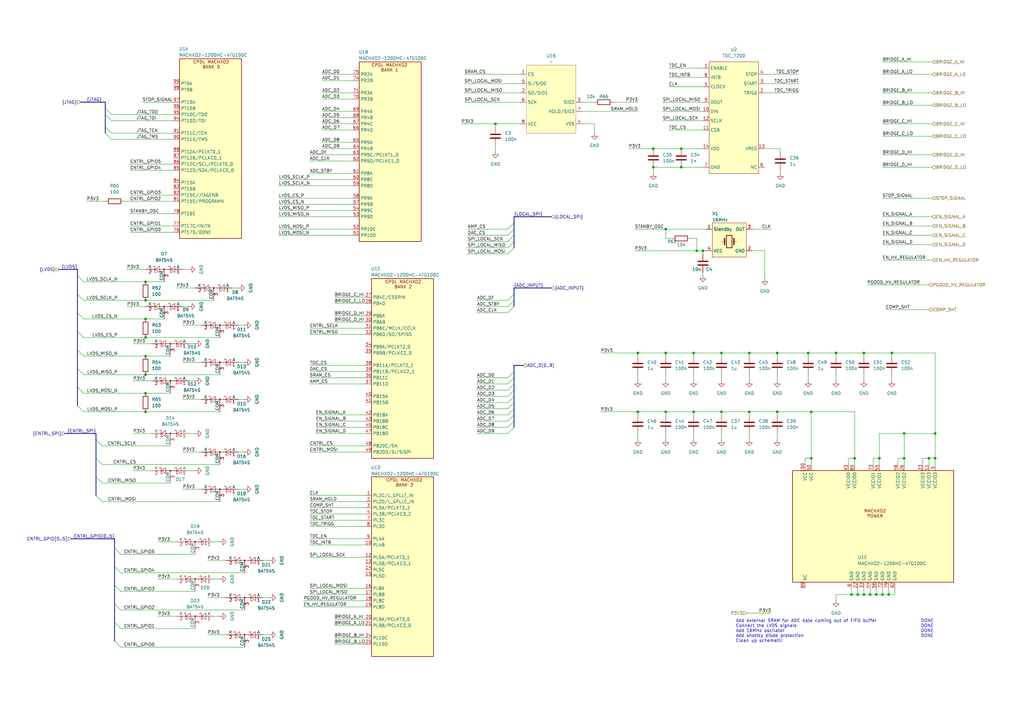
<source format=kicad_sch>
(kicad_sch (version 20231120) (generator "eeschema") (generator_version "8.0")
  (paper "A3")
  (bus_alias "JTAG" (members "JTAG_TMS" "JTAG_TCK" "JTAG_TDO" "JTAG_TDI"))
  (bus_alias "LOCAL_SPI" (members "AMP_CS" "DAC_CS" "SPI_LOCAL_SCK" "SPI_LOCAL_MISO" "SPI_LOCAL_MOSI" ""))
  (junction (at 307.34 168.91))
  (junction (at 59.69 130.81))
  (junction (at 356.87 243.84))
  (junction (at 273.05 93.98))
  (junction (at 261.62 144.78))
  (junction (at 360.68 187.96))
  (junction (at 279.4 68.58))
  (junction (at 359.41 243.84))
  (junction (at 59.69 153.67))
  (junction (at 361.95 243.84))
  (junction (at 331.47 144.78))
  (junction (at 295.91 144.78))
  (junction (at 267.97 68.58))
  (junction (at 59.69 161.29))
  (junction (at 59.69 168.91))
  (junction (at 279.4 60.96))
  (junction (at 261.62 168.91))
  (junction (at 285.75 102.87))
  (junction (at 383.54 187.96))
  (junction (at 332.74 187.96))
  (junction (at 295.91 168.91))
  (junction (at 350.52 187.96))
  (junction (at 365.76 144.78))
  (junction (at 332.74 168.91))
  (junction (at 59.69 115.57))
  (junction (at 318.77 144.78))
  (junction (at 351.79 243.84))
  (junction (at 318.77 168.91))
  (junction (at 59.69 138.43))
  (junction (at 381 187.96))
  (junction (at 383.54 177.8))
  (junction (at 354.33 144.78))
  (junction (at 307.34 144.78))
  (junction (at 349.25 243.84))
  (junction (at 284.48 168.91))
  (junction (at 273.05 144.78))
  (junction (at 273.05 168.91))
  (junction (at 288.29 102.87))
  (junction (at 267.97 60.96))
  (junction (at 342.9 144.78))
  (junction (at 203.2 50.8))
  (junction (at 364.49 243.84))
  (junction (at 284.48 144.78))
  (junction (at 59.69 146.05))
  (junction (at 354.33 243.84))
  (junction (at 370.84 177.8))
  (junction (at 59.69 123.19))
  (junction (at 370.84 187.96))
  (bus_entry (at 210.82 99.06) (size -2.54 2.54))
  (bus_entry (at 43.18 54.61) (size 2.54 2.54))
  (bus_entry (at 34.29 161.29) (size -2.54 -2.54))
  (bus_entry (at 41.91 205.74) (size -2.54 -2.54))
  (bus_entry (at 210.82 152.4) (size -2.54 2.54))
  (bus_entry (at 34.29 130.81) (size -2.54 -2.54))
  (bus_entry (at 41.91 190.5) (size -2.54 -2.54))
  (bus_entry (at 210.82 120.65) (size -2.54 2.54))
  (bus_entry (at 49.53 265.43) (size -2.54 -2.54))
  (bus_entry (at 210.82 167.64) (size -2.54 2.54))
  (bus_entry (at 41.91 182.88) (size -2.54 -2.54))
  (bus_entry (at 34.29 138.43) (size -2.54 -2.54))
  (bus_entry (at 210.82 170.18) (size -2.54 2.54))
  (bus_entry (at 43.18 46.99) (size 2.54 2.54))
  (bus_entry (at 210.82 123.19) (size -2.54 2.54))
  (bus_entry (at 210.82 101.6) (size -2.54 2.54))
  (bus_entry (at 49.53 234.95) (size -2.54 -2.54))
  (bus_entry (at 210.82 91.44) (size -2.54 2.54))
  (bus_entry (at 34.29 115.57) (size -2.54 -2.54))
  (bus_entry (at 43.18 52.07) (size 2.54 2.54))
  (bus_entry (at 210.82 154.94) (size -2.54 2.54))
  (bus_entry (at 34.29 168.91) (size -2.54 -2.54))
  (bus_entry (at 49.53 257.81) (size -2.54 -2.54))
  (bus_entry (at 34.29 123.19) (size -2.54 -2.54))
  (bus_entry (at 210.82 162.56) (size -2.54 2.54))
  (bus_entry (at 34.29 146.05) (size -2.54 -2.54))
  (bus_entry (at 210.82 172.72) (size -2.54 2.54))
  (bus_entry (at 210.82 157.48) (size -2.54 2.54))
  (bus_entry (at 210.82 165.1) (size -2.54 2.54))
  (bus_entry (at 210.82 175.26) (size -2.54 2.54))
  (bus_entry (at 49.53 250.19) (size -2.54 -2.54))
  (bus_entry (at 41.91 198.12) (size -2.54 -2.54))
  (bus_entry (at 43.18 44.45) (size 2.54 2.54))
  (bus_entry (at 210.82 125.73) (size -2.54 2.54))
  (bus_entry (at 210.82 96.52) (size -2.54 2.54))
  (bus_entry (at 210.82 160.02) (size -2.54 2.54))
  (bus_entry (at 34.29 153.67) (size -2.54 -2.54))
  (bus_entry (at 49.53 227.33) (size -2.54 -2.54))
  (bus_entry (at 210.82 93.98) (size -2.54 2.54))
  (bus_entry (at 49.53 242.57) (size -2.54 -2.54))
  (bus (pts (xy 39.37 187.96) (xy 39.37 180.34)))
  (wire (pts (xy 203.2 50.8) (xy 203.2 52.07)))
  (wire (pts (xy 195.58 128.27) (xy 208.28 128.27)))
  (wire (pts (xy 107.95 245.11) (xy 110.49 245.11)))
  (wire (pts (xy 261.62 144.78) (xy 261.62 146.05)))
  (wire (pts (xy 190.5 41.91) (xy 213.36 41.91)))
  (wire (pts (xy 59.69 153.67) (xy 90.17 153.67)))
  (wire (pts (xy 275.59 97.79) (xy 273.05 97.79)))
  (bus (pts (xy 31.75 151.13) (xy 31.75 143.51)))
  (wire (pts (xy 274.32 27.94) (xy 288.29 27.94)))
  (wire (pts (xy 288.29 35.56) (xy 274.32 35.56)))
  (wire (pts (xy 360.68 177.8) (xy 370.84 177.8)))
  (wire (pts (xy 114.3 81.28) (xy 144.78 81.28)))
  (bus (pts (xy 210.82 96.52) (xy 210.82 99.06)))
  (wire (pts (xy 149.86 246.38) (xy 124.46 246.38)))
  (wire (pts (xy 203.2 50.8) (xy 213.36 50.8)))
  (wire (pts (xy 127 228.6) (xy 149.86 228.6)))
  (wire (pts (xy 238.76 41.91) (xy 243.84 41.91)))
  (wire (pts (xy 331.47 153.67) (xy 331.47 156.21)))
  (wire (pts (xy 41.91 190.5) (xy 90.17 190.5)))
  (wire (pts (xy 74.93 163.83) (xy 82.55 163.83)))
  (wire (pts (xy 361.95 241.3) (xy 361.95 243.84)))
  (wire (pts (xy 267.97 68.58) (xy 267.97 71.12)))
  (wire (pts (xy 318.77 177.8) (xy 318.77 180.34)))
  (wire (pts (xy 361.95 38.1) (xy 382.27 38.1)))
  (wire (pts (xy 132.08 48.26) (xy 144.78 48.26)))
  (wire (pts (xy 368.3 187.96) (xy 370.84 187.96)))
  (wire (pts (xy 129.54 177.8) (xy 149.86 177.8)))
  (wire (pts (xy 59.69 138.43) (xy 90.17 138.43)))
  (wire (pts (xy 271.78 45.72) (xy 288.29 45.72)))
  (bus (pts (xy 210.82 167.64) (xy 210.82 165.1)))
  (wire (pts (xy 137.16 254) (xy 149.86 254)))
  (wire (pts (xy 307.34 168.91) (xy 307.34 170.18)))
  (wire (pts (xy 127 185.42) (xy 149.86 185.42)))
  (wire (pts (xy 349.25 243.84) (xy 351.79 243.84)))
  (wire (pts (xy 288.29 102.87) (xy 288.29 104.14)))
  (wire (pts (xy 378.46 190.5) (xy 378.46 187.96)))
  (wire (pts (xy 361.95 243.84) (xy 364.49 243.84)))
  (wire (pts (xy 261.62 177.8) (xy 261.62 180.34)))
  (wire (pts (xy 132.08 33.02) (xy 144.78 33.02)))
  (wire (pts (xy 381 127) (xy 363.22 127)))
  (wire (pts (xy 34.29 130.81) (xy 59.69 130.81)))
  (wire (pts (xy 307.34 144.78) (xy 295.91 144.78)))
  (wire (pts (xy 53.34 95.25) (xy 71.12 95.25)))
  (wire (pts (xy 114.3 96.52) (xy 144.78 96.52)))
  (wire (pts (xy 191.77 104.14) (xy 208.28 104.14)))
  (wire (pts (xy 367.03 243.84) (xy 367.03 241.3)))
  (wire (pts (xy 58.42 41.91) (xy 71.12 41.91)))
  (wire (pts (xy 114.3 76.2) (xy 144.78 76.2)))
  (wire (pts (xy 271.78 49.53) (xy 288.29 49.53)))
  (wire (pts (xy 107.95 260.35) (xy 110.49 260.35)))
  (wire (pts (xy 279.4 60.96) (xy 288.29 60.96)))
  (wire (pts (xy 267.97 68.58) (xy 279.4 68.58)))
  (wire (pts (xy 189.23 50.8) (xy 203.2 50.8)))
  (wire (pts (xy 243.84 50.8) (xy 243.84 54.61)))
  (wire (pts (xy 124.46 248.92) (xy 149.86 248.92)))
  (wire (pts (xy 52.07 125.73) (xy 59.69 125.73)))
  (wire (pts (xy 97.79 185.42) (xy 100.33 185.42)))
  (wire (pts (xy 295.91 144.78) (xy 295.91 146.05)))
  (wire (pts (xy 74.93 133.35) (xy 82.55 133.35)))
  (wire (pts (xy 364.49 241.3) (xy 364.49 243.84)))
  (wire (pts (xy 318.77 144.78) (xy 307.34 144.78)))
  (wire (pts (xy 127 220.98) (xy 149.86 220.98)))
  (wire (pts (xy 74.93 148.59) (xy 82.55 148.59)))
  (wire (pts (xy 127 137.16) (xy 149.86 137.16)))
  (wire (pts (xy 97.79 148.59) (xy 100.33 148.59)))
  (wire (pts (xy 137.16 124.46) (xy 149.86 124.46)))
  (wire (pts (xy 273.05 97.79) (xy 273.05 93.98)))
  (wire (pts (xy 132.08 60.96) (xy 144.78 60.96)))
  (wire (pts (xy 354.33 241.3) (xy 354.33 243.84)))
  (wire (pts (xy 361.95 68.58) (xy 382.27 68.58)))
  (wire (pts (xy 190.5 38.1) (xy 213.36 38.1)))
  (wire (pts (xy 191.77 99.06) (xy 208.28 99.06)))
  (bus (pts (xy 46.99 224.79) (xy 46.99 220.98)))
  (wire (pts (xy 49.53 257.81) (xy 80.01 257.81)))
  (bus (pts (xy 210.82 172.72) (xy 210.82 170.18)))
  (wire (pts (xy 246.38 168.91) (xy 261.62 168.91)))
  (bus (pts (xy 43.18 54.61) (xy 43.18 52.07)))
  (wire (pts (xy 261.62 45.72) (xy 238.76 45.72)))
  (wire (pts (xy 295.91 177.8) (xy 295.91 180.34)))
  (wire (pts (xy 34.29 161.29) (xy 59.69 161.29)))
  (wire (pts (xy 49.53 265.43) (xy 100.33 265.43)))
  (wire (pts (xy 284.48 177.8) (xy 284.48 180.34)))
  (wire (pts (xy 295.91 153.67) (xy 295.91 156.21)))
  (wire (pts (xy 41.91 182.88) (xy 69.85 182.88)))
  (wire (pts (xy 195.58 175.26) (xy 208.28 175.26)))
  (wire (pts (xy 359.41 241.3) (xy 359.41 243.84)))
  (wire (pts (xy 74.93 200.66) (xy 82.55 200.66)))
  (bus (pts (xy 210.82 152.4) (xy 210.82 149.86)))
  (bus (pts (xy 210.82 157.48) (xy 210.82 154.94)))
  (wire (pts (xy 332.74 187.96) (xy 332.74 168.91)))
  (wire (pts (xy 238.76 50.8) (xy 243.84 50.8)))
  (wire (pts (xy 284.48 168.91) (xy 295.91 168.91)))
  (wire (pts (xy 354.33 144.78) (xy 342.9 144.78)))
  (wire (pts (xy 85.09 245.11) (xy 92.71 245.11)))
  (wire (pts (xy 274.32 53.34) (xy 288.29 53.34)))
  (wire (pts (xy 127 154.94) (xy 149.86 154.94)))
  (wire (pts (xy 284.48 168.91) (xy 284.48 170.18)))
  (wire (pts (xy 114.3 88.9) (xy 144.78 88.9)))
  (wire (pts (xy 285.75 97.79) (xy 285.75 102.87)))
  (bus (pts (xy 26.67 177.8) (xy 39.37 177.8)))
  (wire (pts (xy 361.95 88.9) (xy 382.27 88.9)))
  (wire (pts (xy 370.84 177.8) (xy 383.54 177.8)))
  (wire (pts (xy 191.77 93.98) (xy 208.28 93.98)))
  (wire (pts (xy 97.79 133.35) (xy 100.33 133.35)))
  (wire (pts (xy 129.54 170.18) (xy 149.86 170.18)))
  (wire (pts (xy 127 213.36) (xy 149.86 213.36)))
  (wire (pts (xy 331.47 144.78) (xy 318.77 144.78)))
  (wire (pts (xy 361.95 100.33) (xy 382.27 100.33)))
  (wire (pts (xy 273.05 177.8) (xy 273.05 180.34)))
  (wire (pts (xy 330.2 187.96) (xy 330.2 190.5)))
  (wire (pts (xy 53.34 87.63) (xy 71.12 87.63)))
  (wire (pts (xy 360.68 187.96) (xy 360.68 190.5)))
  (wire (pts (xy 261.62 144.78) (xy 273.05 144.78)))
  (bus (pts (xy 39.37 177.8) (xy 39.37 180.34)))
  (bus (pts (xy 46.99 220.98) (xy 29.21 220.98)))
  (wire (pts (xy 308.61 102.87) (xy 313.69 102.87)))
  (wire (pts (xy 350.52 187.96) (xy 350.52 190.5)))
  (bus (pts (xy 31.75 113.03) (xy 31.75 110.49)))
  (wire (pts (xy 279.4 68.58) (xy 288.29 68.58)))
  (wire (pts (xy 132.08 38.1) (xy 144.78 38.1)))
  (wire (pts (xy 34.29 138.43) (xy 59.69 138.43)))
  (wire (pts (xy 364.49 243.84) (xy 367.03 243.84)))
  (wire (pts (xy 195.58 165.1) (xy 208.28 165.1)))
  (bus (pts (xy 43.18 44.45) (xy 43.18 41.91)))
  (wire (pts (xy 72.39 118.11) (xy 80.01 118.11)))
  (wire (pts (xy 49.53 242.57) (xy 80.01 242.57)))
  (wire (pts (xy 54.61 140.97) (xy 62.23 140.97)))
  (wire (pts (xy 114.3 83.82) (xy 144.78 83.82)))
  (bus (pts (xy 210.82 96.52) (xy 210.82 93.98)))
  (wire (pts (xy 49.53 227.33) (xy 80.01 227.33)))
  (wire (pts (xy 342.9 153.67) (xy 342.9 156.21)))
  (wire (pts (xy 137.16 129.54) (xy 149.86 129.54)))
  (wire (pts (xy 273.05 144.78) (xy 273.05 146.05)))
  (wire (pts (xy 77.47 177.8) (xy 80.01 177.8)))
  (wire (pts (xy 77.47 140.97) (xy 80.01 140.97)))
  (wire (pts (xy 74.93 125.73) (xy 77.47 125.73)))
  (wire (pts (xy 34.29 115.57) (xy 59.69 115.57)))
  (wire (pts (xy 53.34 69.85) (xy 71.12 69.85)))
  (wire (pts (xy 195.58 154.94) (xy 208.28 154.94)))
  (wire (pts (xy 127 152.4) (xy 149.86 152.4)))
  (wire (pts (xy 327.66 34.29) (xy 313.69 34.29)))
  (wire (pts (xy 295.91 168.91) (xy 295.91 170.18)))
  (wire (pts (xy 354.33 243.84) (xy 356.87 243.84)))
  (wire (pts (xy 261.62 153.67) (xy 261.62 156.21)))
  (wire (pts (xy 191.77 96.52) (xy 208.28 96.52)))
  (wire (pts (xy 59.69 123.19) (xy 87.63 123.19)))
  (wire (pts (xy 267.97 60.96) (xy 279.4 60.96)))
  (bus (pts (xy 46.99 255.27) (xy 46.99 247.65)))
  (bus (pts (xy 46.99 240.03) (xy 46.99 232.41)))
  (bus (pts (xy 210.82 154.94) (xy 210.82 152.4)))
  (wire (pts (xy 381 116.84) (xy 355.6 116.84)))
  (wire (pts (xy 361.95 50.8) (xy 382.27 50.8)))
  (wire (pts (xy 127 134.62) (xy 149.86 134.62)))
  (wire (pts (xy 285.75 97.79) (xy 283.21 97.79)))
  (wire (pts (xy 327.66 38.1) (xy 313.69 38.1)))
  (wire (pts (xy 41.91 198.12) (xy 69.85 198.12)))
  (bus (pts (xy 210.82 162.56) (xy 210.82 160.02)))
  (bus (pts (xy 210.82 165.1) (xy 210.82 162.56)))
  (wire (pts (xy 354.33 144.78) (xy 354.33 146.05)))
  (wire (pts (xy 361.95 96.52) (xy 382.27 96.52)))
  (wire (pts (xy 41.91 205.74) (xy 90.17 205.74)))
  (wire (pts (xy 59.69 115.57) (xy 67.31 115.57)))
  (wire (pts (xy 358.14 190.5) (xy 358.14 187.96)))
  (bus (pts (xy 210.82 99.06) (xy 210.82 101.6)))
  (wire (pts (xy 306.07 251.46) (xy 316.23 251.46)))
  (wire (pts (xy 361.95 92.71) (xy 382.27 92.71)))
  (wire (pts (xy 330.2 187.96) (xy 332.74 187.96)))
  (wire (pts (xy 261.62 168.91) (xy 273.05 168.91)))
  (bus (pts (xy 210.82 93.98) (xy 210.82 91.44)))
  (wire (pts (xy 383.54 144.78) (xy 365.76 144.78)))
  (wire (pts (xy 59.69 146.05) (xy 69.85 146.05)))
  (wire (pts (xy 383.54 177.8) (xy 383.54 144.78)))
  (wire (pts (xy 251.46 41.91) (xy 261.62 41.91)))
  (wire (pts (xy 54.61 177.8) (xy 62.23 177.8)))
  (wire (pts (xy 129.54 172.72) (xy 149.86 172.72)))
  (wire (pts (xy 49.53 250.19) (xy 100.33 250.19)))
  (wire (pts (xy 203.2 59.69) (xy 203.2 62.23)))
  (wire (pts (xy 195.58 157.48) (xy 208.28 157.48)))
  (wire (pts (xy 132.08 45.72) (xy 144.78 45.72)))
  (wire (pts (xy 320.04 69.85) (xy 320.04 71.12)))
  (wire (pts (xy 34.29 123.19) (xy 59.69 123.19)))
  (wire (pts (xy 190.5 30.48) (xy 213.36 30.48)))
  (bus (pts (xy 46.99 247.65) (xy 46.99 240.03)))
  (wire (pts (xy 307.34 168.91) (xy 318.77 168.91)))
  (bus (pts (xy 31.75 135.89) (xy 31.75 128.27)))
  (wire (pts (xy 342.9 144.78) (xy 331.47 144.78)))
  (wire (pts (xy 87.63 252.73) (xy 90.17 252.73)))
  (wire (pts (xy 246.38 144.78) (xy 261.62 144.78)))
  (wire (pts (xy 347.98 187.96) (xy 350.52 187.96)))
  (wire (pts (xy 127 223.52) (xy 149.86 223.52)))
  (bus (pts (xy 31.75 120.65) (xy 31.75 113.03)))
  (wire (pts (xy 195.58 160.02) (xy 208.28 160.02)))
  (wire (pts (xy 127 63.5) (xy 144.78 63.5)))
  (wire (pts (xy 35.56 82.55) (xy 43.18 82.55)))
  (wire (pts (xy 127 66.04) (xy 144.78 66.04)))
  (wire (pts (xy 261.62 168.91) (xy 261.62 170.18)))
  (wire (pts (xy 45.72 49.53) (xy 71.12 49.53)))
  (wire (pts (xy 347.98 190.5) (xy 347.98 187.96)))
  (wire (pts (xy 53.34 80.01) (xy 71.12 80.01)))
  (wire (pts (xy 45.72 54.61) (xy 71.12 54.61)))
  (wire (pts (xy 137.16 121.92) (xy 149.86 121.92)))
  (wire (pts (xy 52.07 110.49) (xy 59.69 110.49)))
  (bus (pts (xy 210.82 123.19) (xy 210.82 120.65)))
  (wire (pts (xy 351.79 243.84) (xy 354.33 243.84)))
  (wire (pts (xy 127 71.12) (xy 144.78 71.12)))
  (wire (pts (xy 195.58 162.56) (xy 208.28 162.56)))
  (wire (pts (xy 191.77 101.6) (xy 208.28 101.6)))
  (bus (pts (xy 31.75 128.27) (xy 31.75 120.65)))
  (wire (pts (xy 195.58 125.73) (xy 208.28 125.73)))
  (wire (pts (xy 295.91 168.91) (xy 307.34 168.91)))
  (wire (pts (xy 129.54 175.26) (xy 149.86 175.26)))
  (bus (pts (xy 39.37 203.2) (xy 39.37 195.58)))
  (bus (pts (xy 46.99 232.41) (xy 46.99 224.79)))
  (bus (pts (xy 31.75 158.75) (xy 31.75 151.13)))
  (wire (pts (xy 361.95 55.88) (xy 382.27 55.88)))
  (wire (pts (xy 307.34 153.67) (xy 307.34 156.21)))
  (wire (pts (xy 267.97 60.96) (xy 257.81 60.96)))
  (wire (pts (xy 383.54 177.8) (xy 383.54 187.96)))
  (bus (pts (xy 31.75 166.37) (xy 31.75 158.75)))
  (bus (pts (xy 210.82 88.9) (xy 226.06 88.9)))
  (bus (pts (xy 210.82 170.18) (xy 210.82 167.64)))
  (wire (pts (xy 273.05 144.78) (xy 284.48 144.78)))
  (wire (pts (xy 356.87 241.3) (xy 356.87 243.84)))
  (wire (pts (xy 349.25 241.3) (xy 349.25 243.84)))
  (wire (pts (xy 332.74 187.96) (xy 332.74 190.5)))
  (wire (pts (xy 381 187.96) (xy 383.54 187.96)))
  (wire (pts (xy 77.47 156.21) (xy 80.01 156.21)))
  (wire (pts (xy 313.69 102.87) (xy 313.69 114.3)))
  (bus (pts (xy 43.18 52.07) (xy 43.18 46.99)))
  (wire (pts (xy 356.87 243.84) (xy 359.41 243.84)))
  (wire (pts (xy 195.58 172.72) (xy 208.28 172.72)))
  (wire (pts (xy 132.08 40.64) (xy 144.78 40.64)))
  (wire (pts (xy 127 215.9) (xy 149.86 215.9)))
  (wire (pts (xy 284.48 144.78) (xy 284.48 146.05)))
  (wire (pts (xy 59.69 161.29) (xy 69.85 161.29)))
  (wire (pts (xy 273.05 168.91) (xy 284.48 168.91)))
  (bus (pts (xy 43.18 46.99) (xy 43.18 44.45)))
  (wire (pts (xy 137.16 256.54) (xy 149.86 256.54)))
  (wire (pts (xy 85.09 229.87) (xy 92.71 229.87)))
  (wire (pts (xy 127 149.86) (xy 149.86 149.86)))
  (wire (pts (xy 361.95 81.28) (xy 382.27 81.28)))
  (bus (pts (xy 39.37 195.58) (xy 39.37 187.96)))
  (wire (pts (xy 132.08 50.8) (xy 144.78 50.8)))
  (wire (pts (xy 365.76 153.67) (xy 365.76 156.21)))
  (bus (pts (xy 31.75 143.51) (xy 31.75 135.89)))
  (wire (pts (xy 361.95 43.18) (xy 382.27 43.18)))
  (wire (pts (xy 34.29 146.05) (xy 59.69 146.05)))
  (wire (pts (xy 260.35 93.98) (xy 273.05 93.98)))
  (wire (pts (xy 359.41 243.84) (xy 361.95 243.84)))
  (wire (pts (xy 45.72 46.99) (xy 71.12 46.99)))
  (wire (pts (xy 59.69 130.81) (xy 67.31 130.81)))
  (bus (pts (xy 210.82 125.73) (xy 210.82 123.19)))
  (wire (pts (xy 127 243.84) (xy 149.86 243.84)))
  (wire (pts (xy 54.61 156.21) (xy 62.23 156.21)))
  (wire (pts (xy 195.58 170.18) (xy 208.28 170.18)))
  (wire (pts (xy 318.77 170.18) (xy 318.77 168.91)))
  (wire (pts (xy 361.95 30.48) (xy 382.27 30.48)))
  (bus (pts (xy 210.82 149.86) (xy 214.63 149.86)))
  (wire (pts (xy 327.66 30.48) (xy 313.69 30.48)))
  (wire (pts (xy 370.84 187.96) (xy 370.84 190.5)))
  (wire (pts (xy 50.8 82.55) (xy 71.12 82.55)))
  (wire (pts (xy 307.34 177.8) (xy 307.34 180.34)))
  (wire (pts (xy 132.08 30.48) (xy 144.78 30.48)))
  (wire (pts (xy 77.47 193.04) (xy 80.01 193.04)))
  (wire (pts (xy 127 182.88) (xy 149.86 182.88)))
  (wire (pts (xy 318.77 144.78) (xy 318.77 146.05)))
  (wire (pts (xy 64.77 252.73) (xy 72.39 252.73)))
  (wire (pts (xy 85.09 260.35) (xy 92.71 260.35)))
  (wire (pts (xy 370.84 177.8) (xy 370.84 187.96)))
  (wire (pts (xy 378.46 187.96) (xy 381 187.96)))
  (wire (pts (xy 87.63 222.25) (xy 90.17 222.25)))
  (bus (pts (xy 46.99 262.89) (xy 46.99 255.27)))
  (bus (pts (xy 33.02 41.91) (xy 43.18 41.91)))
  (wire (pts (xy 368.3 190.5) (xy 368.3 187.96)))
  (wire (pts (xy 260.35 102.87) (xy 285.75 102.87)))
  (wire (pts (xy 132.08 53.34) (xy 144.78 53.34)))
  (wire (pts (xy 97.79 163.83) (xy 100.33 163.83)))
  (wire (pts (xy 34.29 168.91) (xy 59.69 168.91)))
  (wire (pts (xy 350.52 168.91) (xy 332.74 168.91)))
  (wire (pts (xy 190.5 34.29) (xy 213.36 34.29)))
  (wire (pts (xy 195.58 177.8) (xy 208.28 177.8)))
  (wire (pts (xy 273.05 168.91) (xy 273.05 170.18)))
  (wire (pts (xy 307.34 144.78) (xy 307.34 146.05)))
  (wire (pts (xy 351.79 241.3) (xy 351.79 243.84)))
  (wire (pts (xy 127 241.3) (xy 149.86 241.3)))
  (wire (pts (xy 274.32 31.75) (xy 288.29 31.75)))
  (wire (pts (xy 127 205.74) (xy 149.86 205.74)))
  (bus (pts (xy 210.82 120.65) (xy 210.82 118.11)))
  (wire (pts (xy 95.25 118.11) (xy 97.79 118.11)))
  (wire (pts (xy 87.63 237.49) (xy 90.17 237.49)))
  (wire (pts (xy 365.76 144.78) (xy 365.76 146.05)))
  (wire (pts (xy 114.3 86.36) (xy 144.78 86.36)))
  (wire (pts (xy 114.3 93.98) (xy 144.78 93.98)))
  (wire (pts (xy 127 157.48) (xy 149.86 157.48)))
  (wire (pts (xy 361.95 106.68) (xy 382.27 106.68)))
  (wire (pts (xy 288.29 113.03) (xy 288.29 111.76)))
  (wire (pts (xy 74.93 110.49) (xy 77.47 110.49)))
  (wire (pts (xy 318.77 153.67) (xy 318.77 156.21)))
  (wire (pts (xy 195.58 167.64) (xy 208.28 167.64)))
  (wire (pts (xy 285.75 102.87) (xy 288.29 102.87)))
  (wire (pts (xy 107.95 229.87) (xy 110.49 229.87)))
  (wire (pts (xy 45.72 57.15) (xy 71.12 57.15)))
  (wire (pts (xy 127 210.82) (xy 149.86 210.82)))
  (bus (pts (xy 31.75 110.49) (xy 24.13 110.49)))
  (wire (pts (xy 49.53 234.95) (xy 100.33 234.95)))
  (wire (pts (xy 74.93 185.42) (xy 82.55 185.42)))
  (wire (pts (xy 383.54 187.96) (xy 383.54 190.5)))
  (wire (pts (xy 342.9 246.38) (xy 342.9 243.84)))
  (wire (pts (xy 137.16 261.62) (xy 149.86 261.62)))
  (wire (pts (xy 295.91 144.78) (xy 284.48 144.78)))
  (wire (pts (xy 308.61 93.98) (xy 316.23 93.98)))
  (wire (pts (xy 332.74 168.91) (xy 318.77 168.91)))
  (wire (pts (xy 132.08 58.42) (xy 144.78 58.42)))
  (wire (pts (xy 361.95 63.5) (xy 382.27 63.5)))
  (wire (pts (xy 381 187.96) (xy 381 190.5)))
  (wire (pts (xy 195.58 123.19) (xy 208.28 123.19)))
  (bus (pts (xy 210.82 118.11) (xy 226.06 118.11)))
  (wire (pts (xy 360.68 187.96) (xy 360.68 177.8)))
  (wire (pts (xy 365.76 144.78) (xy 354.33 144.78)))
  (wire (pts (xy 137.16 264.16) (xy 149.86 264.16)))
  (wire (pts (xy 54.61 193.04) (xy 62.23 193.04)))
  (wire (pts (xy 361.95 25.4) (xy 382.27 25.4)))
  (bus (pts (xy 210.82 175.26) (xy 210.82 172.72)))
  (wire (pts (xy 59.69 168.91) (xy 90.17 168.91)))
  (wire (pts (xy 273.05 93.98) (xy 289.56 93.98)))
  (wire (pts (xy 149.86 208.28) (xy 127 208.28)))
  (wire (pts (xy 354.33 153.67) (xy 354.33 156.21)))
  (wire (pts (xy 271.78 41.91) (xy 288.29 41.91)))
  (wire (pts (xy 288.29 102.87) (xy 289.56 102.87)))
  (wire (pts (xy 284.48 153.67) (xy 284.48 156.21)))
  (wire (pts (xy 320.04 60.96) (xy 313.69 60.96)))
  (wire (pts (xy 137.16 132.08) (xy 149.86 132.08)))
  (bus (pts (xy 210.82 160.02) (xy 210.82 157.48)))
  (wire (pts (xy 149.86 203.2) (xy 127 203.2)))
  (wire (pts (xy 114.3 73.66) (xy 144.78 73.66)))
  (wire (pts (xy 350.52 187.96) (xy 350.52 168.91)))
  (wire (pts (xy 342.9 144.78) (xy 342.9 146.05)))
  (wire (pts (xy 331.47 144.78) (xy 331.47 146.05)))
  (wire (pts (xy 34.29 153.67) (xy 59.69 153.67)))
  (wire (pts (xy 53.34 92.71) (xy 71.12 92.71)))
  (wire (pts (xy 273.05 153.67) (xy 273.05 156.21)))
  (wire (pts (xy 53.34 67.31) (xy 71.12 67.31)))
  (wire (pts (xy 342.9 243.84) (xy 349.25 243.84)))
  (wire (pts (xy 97.79 200.66) (xy 100.33 200.66)))
  (wire (pts (xy 64.77 237.49) (xy 72.39 237.49)))
  (wire (pts (xy 64.77 222.25) (xy 72.39 222.25)))
  (wire (pts (xy 320.04 62.23) (xy 320.04 60.96)))
  (bus (pts (xy 210.82 91.44) (xy 210.82 88.9)))
  (wire (pts (xy 358.14 187.96) (xy 360.68 187.96)))
  (text "Add external SRAM for ADC data coming out of FIFO buffer	DONE\nConnect the LVDS signals 									DONE\nAdd 16MHz oscilator											DONE\nAdd shottky diode protection 								DONE\nClean up schematic\n\n" (at 301.752 259.842 0) (effects (font (size 1.27 1.27)) (justify left)))
  (label "LVDS_SCLK_P" (at 114.3 73.66 0))
  (label "CLK" (at 127 203.2 0))
  (label "P3V3" (at 74.93 200.66 0))
  (label "EN_SIGNAL_B" (at 361.95 92.71 0))
  (label "P3V3" (at 316.23 251.46 180))
  (label "JTAG_TDI" (at 55.88 49.53 0))
  (label "ADC_CLK" (at 127 66.04 0))
  (label "COMP_SHT" (at 127 208.28 0))
  (label "P3V3" (at 74.93 163.83 0))
  (label "ADC_D3" (at 132.08 40.64 0))
  (label "ADC_D1" (at 132.08 33.02 0))
  (label "LVDS_MOSI_N" (at 114.3 96.52 0))
  (label "ADC_D4" (at 132.08 45.72 0))
  (label "CNTRL_GPIO3" (at 63.5 242.57 180))
  (label "ADC_D0" (at 132.08 30.48 0))
  (label "BRIDGE_C_HI" (at 137.16 121.92 0))
  (label "SPI_LOCAL_MISO" (at 127 243.84 0))
  (label "ADC_D6" (at 132.08 50.8 0))
  (label "P3V3" (at 74.93 148.59 0))
  (label "SPI_LOCAL_SCK" (at 191.77 99.06 0))
  (label "P3V3" (at 54.61 177.8 0))
  (label "P3V3" (at 85.09 245.11 0))
  (label "EN_SIGNAL_D" (at 361.95 100.33 0))
  (label "CNTRL_GPIO1" (at 53.34 92.71 0))
  (label "P3V3" (at 261.62 41.91 180))
  (label "{ADC_INPUT}" (at 210.82 118.11 0))
  (label "COMP_SHT" (at 363.22 127 0))
  (label "TDC_START" (at 127 213.36 0))
  (label "ADC_D5" (at 195.58 167.64 0))
  (label "TDC_START" (at 327.66 34.29 180))
  (label "EN_HV_REGULATOR" (at 361.95 106.68 0))
  (label "SPI_LOCAL_MISO" (at 191.77 101.6 0))
  (label "TDC_CS" (at 127 149.86 0))
  (label "JTAG_TDO" (at 55.88 46.99 0))
  (label "SRAM_CS" (at 190.5 30.48 0))
  (label "SRAM_HOLD" (at 261.62 45.72 180))
  (label "TDC_STOP" (at 127 210.82 0))
  (label "P3V3" (at 52.07 125.73 0))
  (label "CNTRL_GPIO2" (at 63.5 250.19 180))
  (label "P3V3" (at 52.07 110.49 0))
  (label "P3V3" (at 85.09 260.35 0))
  (label "EN_SIGNAL_C" (at 361.95 96.52 0))
  (label "TDC_TRIGG" (at 327.66 38.1 180))
  (label "ADC_D8" (at 195.58 175.26 0))
  (label "CNTRL_CS" (at 55.88 190.5 180))
  (label "STOP_SIGNAL" (at 58.42 41.91 0))
  (label "{LOCAL_SPI}" (at 210.82 88.9 0))
  (label "SPI_LOCAL_MOSI" (at 127 241.3 0))
  (label "CNTRL_MISO" (at 127 137.16 0))
  (label "CNTRL_GPIO0" (at 63.5 265.43 180))
  (label "ADC_CLK" (at 195.58 128.27 0))
  (label "ADC_D9" (at 195.58 177.8 0))
  (label "ADC_DF" (at 127 63.5 0))
  (label "P3V3" (at 246.38 144.78 0))
  (label "SPI_LOCAL_MOSI" (at 271.78 45.72 0))
  (label "{JTAG}" (at 35.56 41.91 0))
  (label "ADC_D2" (at 132.08 38.1 0))
  (label "P3V3" (at 64.77 237.49 0))
  (label "SPI_LOCAL_SCK" (at 271.78 49.53 0))
  (label "EN_SIGNAL_A" (at 361.95 88.9 0))
  (label "LVDS_CS_P" (at 114.3 81.28 0))
  (label "BRIDGE_B_LO" (at 137.16 264.16 0))
  (label "DAC_CS" (at 127 152.4 0))
  (label "P3V3" (at 35.56 82.55 0))
  (label "CNTRL_GPIO5" (at 63.5 227.33 180))
  (label "SPI_LOCAL_SCK" (at 190.5 41.91 0))
  (label "P3V3" (at 74.93 133.35 0))
  (label "ADC_D0" (at 195.58 154.94 0))
  (label "LVDS_CS_P" (at 48.26 138.43 180))
  (label "CNTRL_CS" (at 127 182.88 0))
  (label "P3V3" (at 54.61 193.04 0))
  (label "BRIDGE_C_LO" (at 361.95 55.88 0))
  (label "ADC_STBY" (at 195.58 125.73 0))
  (label "CNTRL_GPIO5" (at 53.34 67.31 0))
  (label "TDC_EN" (at 127 220.98 0))
  (label "P3V3" (at 64.77 252.73 0))
  (label "TDC_CS" (at 274.32 53.34 0))
  (label "CNTRL_GPIO[0..5]" (at 46.99 220.98 180))
  (label "P3V3" (at 64.77 222.25 0))
  (label "P3V3" (at 72.39 118.11 0))
  (label "P3V3" (at 85.09 229.87 0))
  (label "P3V3" (at 54.61 156.21 0))
  (label "EN_SIGNAL_D" (at 129.54 177.8 0))
  (label "ADC_D3" (at 195.58 162.56 0))
  (label "SPI_LOCAL_MISO" (at 190.5 38.1 0))
  (label "LVDS_MOSI_P" (at 48.26 168.91 180))
  (label "LVDS_MISO_N" (at 114.3 88.9 0))
  (label "ADC_D7" (at 132.08 53.34 0))
  (label "ADC_DF" (at 195.58 123.19 0))
  (label "ADC_D4" (at 195.58 165.1 0))
  (label "ADC_D2" (at 195.58 160.02 0))
  (label "TDC_INTB" (at 127 223.52 0))
  (label "ADC_D6" (at 195.58 170.18 0))
  (label "BRIDGE_A_LO" (at 361.95 30.48 0))
  (label "ADC_D7" (at 195.58 172.72 0))
  (label "LVDS_MISO_P" (at 48.26 153.67 180))
  (label "P3V3" (at 257.81 60.96 0))
  (label "TDC_EN" (at 274.32 27.94 0))
  (label "CNTRL_GPIO3" (at 53.34 80.01 0))
  (label "BRIDGE_D_HI" (at 361.95 63.5 0))
  (label "EN_SIGNAL_C" (at 129.54 175.26 0))
  (label "ADC_D9" (at 132.08 60.96 0))
  (label "BRIDGE_B_HI" (at 137.16 261.62 0))
  (label "BRIDGE_C_LO" (at 137.16 124.46 0))
  (label "ADC_D8" (at 132.08 58.42 0))
  (label "CNTRL_MOSI" (at 127 185.42 0))
  (label "EN_HV_REGULATOR" (at 124.46 248.92 0))
  (label "LVDS_MOSI_N" (at 48.26 161.29 180))
  (label "CNTRL_MISO" (at 55.88 198.12 180))
  (label "LVDS_MISO_N" (at 48.26 146.05 180))
  (label "AMP_CS" (at 127 157.48 0))
  (label "BRIDGE_D_HI" (at 361.95 68.58 0))
  (label "SRAM_HOLD" (at 127 205.74 0))
  (label "BRIDGE_D_HI" (at 137.16 129.54 0))
  (label "CNTRL_MOSI" (at 55.88 205.74 180))
  (label "BRIDGE_A_HI" (at 137.16 254 0))
  (label "CNTRL_GPIO1" (at 63.5 257.81 180))
  (label "JTAG_TCK" (at 55.88 54.61 0))
  (label "LVDS_MOSI_P" (at 114.3 93.98 0))
  (label "BRIDGE_A_LO" (at 137.16 256.54 0))
  (label "CNTRL_SCLK" (at 55.88 182.88 180))
  (label "CLK" (at 274.32 35.56 0))
  (label "ADC_D5" (at 132.08 48.26 0))
  (label "P3V3" (at 246.38 168.91 0))
  (label "TDC_INTB" (at 274.32 31.75 0))
  (label "BRIDGE_A_HI" (at 361.95 25.4 0))
  (label "CNTRL_GPIO2" (at 53.34 82.55 0))
  (label "{CNTRL_SPI}" (at 39.37 177.8 180))
  (label "SRAM_CS" (at 127 154.94 0))
  (label "JTAG_TMS" (at 55.88 57.15 0))
  (label "P3V3" (at 260.35 102.87 0))
  (label "BRIDGE_B_LO" (at 361.95 43.18 0))
  (label "DAC_CS" (at 191.77 96.52 0))
  (label "ADC_STBY" (at 127 71.12 0))
  (label "LVDS_SCLK_P" (at 48.26 123.19 180))
  (label "P3V3" (at 74.93 185.42 0))
  (label "STANBY_OSC" (at 260.35 93.98 0))
  (label "TDC_STOP" (at 327.66 30.48 180))
  (label "LVDS_CS_N" (at 114.3 83.82 0))
  (label "SPI_LOCAL_SCK" (at 127 228.6 0))
  (label "SPI_LOCAL_MOSI" (at 191.77 104.14 0))
  (label "SPI_LOCAL_MOSI" (at 190.5 34.29 0))
  (label "P3V3" (at 54.61 140.97 0))
  (label "CNTRL_GPIO4" (at 53.34 69.85 0))
  (label "EN_SIGNAL_B" (at 129.54 172.72 0))
  (label "LVDS_MISO_P" (at 114.3 86.36 0))
  (label "CNTRL_GPIO0" (at 53.34 95.25 0))
  (label "SPI_LOCAL_MISO" (at 271.78 41.91 0))
  (label "BRIDGE_C_HI" (at 361.95 50.8 0))
  (label "{LVDS}" (at 31.75 110.49 180))
  (label "EN_SIGNAL_A" (at 129.54 170.18 0))
  (label "PGOOD_HV_REGULATOR" (at 355.6 116.84 0))
  (label "LVDS_CS_N" (at 48.26 130.81 180))
  (label "AMP_CS" (at 191.77 93.98 0))
  (label "CNTRL_SCLK" (at 127 134.62 0))
  (label "STANBY_OSC" (at 53.34 87.63 0))
  (label "CNTRL_GPIO4" (at 63.5 234.95 180))
  (label "CLK" (at 316.23 93.98 180))
  (label "LVDS_SCLK_N" (at 48.26 115.57 180))
  (label "LVDS_SCLK_N" (at 114.3 76.2 0))
  (label "PGOOD_HV_REGULATOR" (at 124.46 246.38 0))
  (label "TDC_TRIGG" (at 127 215.9 0))
  (label "STOP_SIGNAL" (at 361.95 81.28 0))
  (label "BRIDGE_D_HI" (at 137.16 132.08 0))
  (label "ADC_D1" (at 195.58 157.48 0))
  (label "P3V3" (at 189.23 50.8 0))
  (label "BRIDGE_B_HI" (at 361.95 38.1 0))
  (hierarchical_label "BRIDGE_C_HI" (shape input) (at 382.27 50.8 0))
  (hierarchical_label "{ADC_INPUT}" (shape input) (at 226.06 118.11 0))
  (hierarchical_label "{LOCAL_SPI}" (shape input) (at 226.06 88.9 0))
  (hierarchical_label "BRIDGE_A_HI" (shape input) (at 382.27 25.4 0))
  (hierarchical_label "BRIDGE_D_LO" (shape input) (at 382.27 68.58 0))
  (hierarchical_label "{JTAG}" (shape input) (at 33.02 41.91 180))
  (hierarchical_label "COMP_SHT" (shape input) (at 381 127 0))
  (hierarchical_label "EN_HV_REGULATOR" (shape input) (at 382.27 106.68 0))
  (hierarchical_label "EN_SIGNAL_D" (shape input) (at 382.27 100.33 0))
  (hierarchical_label "EN_SIGNAL_C" (shape input) (at 382.27 96.52 0))
  (hierarchical_label "BRIDGE_C_LO" (shape input) (at 382.27 55.88 0))
  (hierarchical_label "BRIDGE_A_LO" (shape input) (at 382.27 30.48 0))
  (hierarchical_label "BRIDGE_B_HI" (shape input) (at 382.27 38.1 0))
  (hierarchical_label "BRIDGE_B_LO" (shape input) (at 382.27 43.18 0))
  (hierarchical_label "CNTRL_GPIO[0..5]" (shape input) (at 29.21 220.98 180))
  (hierarchical_label "ADC_D[0..9]" (shape input) (at 214.63 149.86 0))
  (hierarchical_label "PGOOD_HV_REGULATOR" (shape input) (at 381 116.84 0))
  (hierarchical_label "{CNTRL_SPI}" (shape input) (at 26.67 177.8 180))
  (hierarchical_label "STOP_SIGNAL" (shape input) (at 382.27 81.28 0))
  (hierarchical_label "P3V3" (shape input) (at 306.07 251.46 180))
  (hierarchical_label "EN_SIGNAL_A" (shape input) (at 382.27 88.9 0))
  (hierarchical_label "EN_SIGNAL_B" (shape input) (at 382.27 92.71 0))
  (hierarchical_label "{LVDS}" (shape input) (at 24.13 110.49 180))
  (hierarchical_label "BRIDGE_D_HI" (shape input) (at 382.27 63.5 0))
  (symbol (lib_id "Diode:BAT54S") (at 100.33 229.87 0) (mirror y) (unit 1)
    (property "Reference" "D21" (at 109.22 231.648 0))
    (property "Value" "BAT54S" (at 109.22 234.188 0))
    (property "Footprint" "Package_TO_SOT_SMD:SOT-23" (effects (hide yes)))
    (property "Datasheet" "https://www.diodes.com/assets/Datasheets/ds11005.pdf" (effects (hide yes)))
    (property "Description" "Vr 30V, If 200mA, Dual schottky barrier diode, in series, SOT-323" (effects (hide yes)))
  )
  (symbol (lib_id "Device:C") (at 318.77 149.86 180) (unit 1)
    (property "Reference" "C48" (at 322.58 148.5899 0) (effects (justify right)))
    (property "Value" "100n" (at 322.58 151.1299 0) (effects (justify right)))
    (property "Footprint" "Capacitor_SMD:C_0603_1608Metric_Pad1.08x0.95mm_HandSolder" (effects (hide yes)))
    (property "Description" "Unpolarized capacitor" (effects (hide yes)))
  )
  (symbol (lib_id "Device:C") (at 295.91 149.86 180) (unit 1)
    (property "Reference" "C43" (at 299.72 148.5899 0) (effects (justify right)))
    (property "Value" "1u" (at 299.72 151.1299 0) (effects (justify right)))
    (property "Footprint" "Capacitor_SMD:C_0603_1608Metric_Pad1.08x0.95mm_HandSolder" (effects (hide yes)))
    (property "Description" "Unpolarized capacitor" (effects (hide yes)))
  )
  (symbol (lib_id "Diode:BAT54S") (at 69.85 156.21 0) (mirror y) (unit 1)
    (property "Reference" "D12" (at 78.74 157.48 0))
    (property "Value" "BAT54S" (at 78.74 160.02 0))
    (property "Footprint" "Package_TO_SOT_SMD:SOT-23" (effects (hide yes)))
    (property "Datasheet" "https://www.diodes.com/assets/Datasheets/ds11005.pdf" (effects (hide yes)))
    (property "Description" "Vr 30V, If 200mA, Dual schottky barrier diode, in series, SOT-323" (effects (hide yes)))
  )
  (symbol (lib_id "power:GND") (at 365.76 156.21 0) (unit 1)
    (property "Reference" "#PWR066" (effects (hide yes)))
    (property "Value" "GND" (at 365.76 161.29 0))
    (property "Description" "Power symbol creates a global label with name \"GND\" , ground" (effects (hide yes)))
  )
  (symbol (lib_id "Diode:BAT54S") (at 100.33 260.35 0) (mirror y) (unit 1)
    (property "Reference" "D25" (at 109.22 262.128 0))
    (property "Value" "BAT54S" (at 109.22 264.668 0))
    (property "Footprint" "Package_TO_SOT_SMD:SOT-23" (effects (hide yes)))
    (property "Datasheet" "https://www.diodes.com/assets/Datasheets/ds11005.pdf" (effects (hide yes)))
    (property "Description" "Vr 30V, If 200mA, Dual schottky barrier diode, in series, SOT-323" (effects (hide yes)))
  )
  (symbol (lib_id "power:GND") (at 90.17 237.49 90) (mirror x) (unit 1)
    (property "Reference" "#PWR092" (effects (hide yes)))
    (property "Value" "GND" (at 95.25 237.49 0))
    (property "Description" "Power symbol creates a global label with name \"GND\" , ground" (effects (hide yes)))
  )
  (symbol (lib_id "Device:C") (at 273.05 149.86 180) (unit 1)
    (property "Reference" "C41" (at 276.86 148.5899 0) (effects (justify right)))
    (property "Value" "100n" (at 276.86 151.1299 0) (effects (justify right)))
    (property "Footprint" "Capacitor_SMD:C_0603_1608Metric_Pad1.08x0.95mm_HandSolder" (effects (hide yes)))
    (property "Description" "Unpolarized capacitor" (effects (hide yes)))
  )
  (symbol (lib_id "Device:C") (at 267.97 64.77 0) (unit 1)
    (property "Reference" "C35" (at 271.78 63.4999 0) (effects (justify left)))
    (property "Value" "100n" (at 271.78 66.0399 0) (effects (justify left)))
    (property "Footprint" "Capacitor_SMD:C_0603_1608Metric_Pad1.08x0.95mm_HandSolder" (effects (hide yes)))
    (property "Description" "Unpolarized capacitor" (effects (hide yes)))
  )
  (symbol (lib_id "power:GND") (at 97.79 118.11 90) (mirror x) (unit 1)
    (property "Reference" "#PWR09" (effects (hide yes)))
    (property "Value" "GND" (at 102.87 118.11 0))
    (property "Description" "Power symbol creates a global label with name \"GND\" , ground" (effects (hide yes)))
  )
  (symbol (lib_id "Diode:BAT54S") (at 90.17 148.59 0) (mirror y) (unit 1)
    (property "Reference" "D13" (at 99.06 150.368 0))
    (property "Value" "BAT54S" (at 99.06 152.908 0))
    (property "Footprint" "Package_TO_SOT_SMD:SOT-23" (effects (hide yes)))
    (property "Datasheet" "https://www.diodes.com/assets/Datasheets/ds11005.pdf" (effects (hide yes)))
    (property "Description" "Vr 30V, If 200mA, Dual schottky barrier diode, in series, SOT-323" (effects (hide yes)))
  )
  (symbol (lib_id "Diode:BAT54S") (at 69.85 177.8 0) (mirror y) (unit 1)
    (property "Reference" "D14" (at 69.85 171.45 0))
    (property "Value" "BAT54S" (at 69.85 173.99 0))
    (property "Footprint" "Package_TO_SOT_SMD:SOT-23" (effects (hide yes)))
    (property "Datasheet" "https://www.diodes.com/assets/Datasheets/ds11005.pdf" (effects (hide yes)))
    (property "Description" "Vr 30V, If 200mA, Dual schottky barrier diode, in series, SOT-323" (effects (hide yes)))
  )
  (symbol (lib_id "power:GND") (at 320.04 71.12 0) (unit 1)
    (property "Reference" "#PWR048" (effects (hide yes)))
    (property "Value" "GND" (at 320.04 76.2 0))
    (property "Description" "Power symbol creates a global label with name \"GND\" , ground" (effects (hide yes)))
  )
  (symbol (lib_id "Diode:BAT54S") (at 67.31 110.49 0) (mirror y) (unit 1)
    (property "Reference" "D7" (at 67.31 104.14 0))
    (property "Value" "BAT54S" (at 67.31 106.68 0))
    (property "Footprint" "Package_TO_SOT_SMD:SOT-23" (effects (hide yes)))
    (property "Datasheet" "https://www.diodes.com/assets/Datasheets/ds11005.pdf" (effects (hide yes)))
    (property "Description" "Vr 30V, If 200mA, Dual schottky barrier diode, in series, SOT-323" (effects (hide yes)))
  )
  (symbol (lib_id "Device:C") (at 331.47 149.86 180) (unit 1)
    (property "Reference" "C49" (at 335.28 148.5899 0) (effects (justify right)))
    (property "Value" "1u" (at 335.28 151.1299 0) (effects (justify right)))
    (property "Footprint" "Capacitor_SMD:C_0603_1608Metric_Pad1.08x0.95mm_HandSolder" (effects (hide yes)))
    (property "Description" "Unpolarized capacitor" (effects (hide yes)))
  )
  (symbol (lib_id "Device:C") (at 284.48 173.99 180) (unit 1)
    (property "Reference" "C47" (at 288.29 172.7199 0) (effects (justify right)))
    (property "Value" "100n" (at 288.29 175.2599 0) (effects (justify right)))
    (property "Footprint" "Capacitor_SMD:C_0603_1608Metric_Pad1.08x0.95mm_HandSolder" (effects (hide yes)))
    (property "Description" "Unpolarized capacitor" (effects (hide yes)))
  )
  (symbol (lib_id "10_ICs:LCMXO2-1200HC-4TG100C") (at 152.4 114.3 0) (unit 3)
    (property "Reference" "U1" (at 152.146 110.236 0) (effects (justify left)))
    (property "Value" "MACHXO2-1200HC-4TG100C" (at 152.146 112.776 0) (effects (justify left)))
    (property "Footprint" "Package_QFP:TQFP-100_14x14mm_P0.5mm" (effects (hide yes)))
  )
  (symbol (lib_id "10_ICs:LCMXO2-1200HC-4TG100C") (at 147.32 25.4 0) (unit 2)
    (property "Reference" "U1" (at 147.066 21.336 0) (effects (justify left)))
    (property "Value" "MACHXO2-1200HC-4TG100C" (at 147.066 23.876 0) (effects (justify left)))
    (property "Footprint" "Package_QFP:TQFP-100_14x14mm_P0.5mm" (effects (hide yes)))
  )
  (symbol (lib_id "power:GND") (at 318.77 156.21 0) (unit 1)
    (property "Reference" "#PWR062" (effects (hide yes)))
    (property "Value" "GND" (at 318.77 161.29 0))
    (property "Description" "Power symbol creates a global label with name \"GND\" , ground" (effects (hide yes)))
  )
  (symbol (lib_id "power:GND") (at 80.01 177.8 90) (mirror x) (unit 1)
    (property "Reference" "#PWR086" (effects (hide yes)))
    (property "Value" "GND" (at 85.09 177.8 0))
    (property "Description" "Power symbol creates a global label with name \"GND\" , ground" (effects (hide yes)))
  )
  (symbol (lib_id "Device:C") (at 261.62 149.86 180) (unit 1)
    (property "Reference" "C40" (at 265.43 148.5899 0) (effects (justify right)))
    (property "Value" "1u" (at 265.43 151.1299 0) (effects (justify right)))
    (property "Footprint" "Capacitor_SMD:C_0603_1608Metric_Pad1.08x0.95mm_HandSolder" (effects (hide yes)))
    (property "Description" "Unpolarized capacitor" (effects (hide yes)))
  )
  (symbol (lib_id "Device:C") (at 307.34 173.99 180) (unit 1)
    (property "Reference" "C38" (at 311.15 172.7199 0) (effects (justify right)))
    (property "Value" "100n" (at 311.15 175.2599 0) (effects (justify right)))
    (property "Footprint" "Capacitor_SMD:C_0603_1608Metric_Pad1.08x0.95mm_HandSolder" (effects (hide yes)))
    (property "Description" "Unpolarized capacitor" (effects (hide yes)))
  )
  (symbol (lib_id "Device:R") (at 59.69 119.38 180) (unit 1)
    (property "Reference" "R62" (at 62.23 118.1099 0) (effects (justify right)))
    (property "Value" "100" (at 62.23 120.6499 0) (effects (justify right)))
    (property "Footprint" "Capacitor_SMD:C_0603_1608Metric_Pad1.08x0.95mm_HandSolder" (effects (hide yes)))
    (property "Description" "Resistor" (effects (hide yes)))
  )
  (symbol (lib_id "power:GND") (at 342.9 246.38 0) (unit 1)
    (property "Reference" "#PWR052" (effects (hide yes)))
    (property "Value" "GND" (at 342.9 251.46 0))
    (property "Description" "Power symbol creates a global label with name \"GND\" , ground" (effects (hide yes)))
  )
  (symbol (lib_id "Diode:BAT54S") (at 80.01 252.73 0) (mirror y) (unit 1)
    (property "Reference" "D23" (at 80.01 246.38 0))
    (property "Value" "BAT54S" (at 80.01 248.92 0))
    (property "Footprint" "Package_TO_SOT_SMD:SOT-23" (effects (hide yes)))
    (property "Datasheet" "https://www.diodes.com/assets/Datasheets/ds11005.pdf" (effects (hide yes)))
    (property "Description" "Vr 30V, If 200mA, Dual schottky barrier diode, in series, SOT-323" (effects (hide yes)))
  )
  (symbol (lib_id "Device:C") (at 365.76 149.86 180) (unit 1)
    (property "Reference" "C52" (at 369.57 148.5899 0) (effects (justify right)))
    (property "Value" "100n" (at 369.57 151.1299 0) (effects (justify right)))
    (property "Footprint" "Capacitor_SMD:C_0603_1608Metric_Pad1.08x0.95mm_HandSolder" (effects (hide yes)))
    (property "Description" "Unpolarized capacitor" (effects (hide yes)))
  )
  (symbol (lib_id "Device:C") (at 273.05 173.99 180) (unit 1)
    (property "Reference" "C44" (at 276.86 172.7199 0) (effects (justify right)))
    (property "Value" "100n" (at 276.86 175.2599 0) (effects (justify right)))
    (property "Footprint" "Capacitor_SMD:C_0603_1608Metric_Pad1.08x0.95mm_HandSolder" (effects (hide yes)))
    (property "Description" "Unpolarized capacitor" (effects (hide yes)))
  )
  (symbol (lib_id "power:GND") (at 100.33 133.35 90) (mirror x) (unit 1)
    (property "Reference" "#PWR083" (effects (hide yes)))
    (property "Value" "GND" (at 105.41 133.35 0))
    (property "Description" "Power symbol creates a global label with name \"GND\" , ground" (effects (hide yes)))
  )
  (symbol (lib_id "power:GND") (at 90.17 252.73 90) (mirror x) (unit 1)
    (property "Reference" "#PWR095" (effects (hide yes)))
    (property "Value" "GND" (at 95.25 252.73 0))
    (property "Description" "Power symbol creates a global label with name \"GND\" , ground" (effects (hide yes)))
  )
  (symbol (lib_id "Device:C") (at 342.9 149.86 180) (unit 1)
    (property "Reference" "C50" (at 346.71 148.5899 0) (effects (justify right)))
    (property "Value" "100n" (at 346.71 151.1299 0) (effects (justify right)))
    (property "Footprint" "Capacitor_SMD:C_0603_1608Metric_Pad1.08x0.95mm_HandSolder" (effects (hide yes)))
    (property "Description" "Unpolarized capacitor" (effects (hide yes)))
  )
  (symbol (lib_id "Device:R") (at 59.69 149.86 180) (unit 1)
    (property "Reference" "R64" (at 62.23 148.5899 0) (effects (justify right)))
    (property "Value" "100" (at 62.23 151.1299 0) (effects (justify right)))
    (property "Footprint" "Capacitor_SMD:C_0603_1608Metric_Pad1.08x0.95mm_HandSolder" (effects (hide yes)))
    (property "Description" "Resistor" (effects (hide yes)))
  )
  (symbol (lib_id "power:GND") (at 307.34 180.34 0) (unit 1)
    (property "Reference" "#PWR055" (effects (hide yes)))
    (property "Value" "GND" (at 307.34 185.42 0))
    (property "Description" "Power symbol creates a global label with name \"GND\" , ground" (effects (hide yes)))
  )
  (symbol (lib_id "Diode:BAT54S") (at 69.85 193.04 0) (mirror y) (unit 1)
    (property "Reference" "D17" (at 73.914 196.596 0))
    (property "Value" "BAT54S" (effects (hide yes)))
    (property "Footprint" "Package_TO_SOT_SMD:SOT-23" (effects (hide yes)))
    (property "Datasheet" "https://www.diodes.com/assets/Datasheets/ds11005.pdf" (effects (hide yes)))
    (property "Description" "Vr 30V, If 200mA, Dual schottky barrier diode, in series, SOT-323" (effects (hide yes)))
  )
  (symbol (lib_id "power:GND") (at 261.62 180.34 0) (unit 1)
    (property "Reference" "#PWR049" (effects (hide yes)))
    (property "Value" "GND" (at 261.62 185.42 0))
    (property "Description" "Power symbol creates a global label with name \"GND\" , ground" (effects (hide yes)))
  )
  (symbol (lib_id "10_ICs:23AA02M-I/SN") (at 215.9 25.4 0) (unit 1)
    (property "Reference" "U16" (at 226.06 22.86 0))
    (property "Value" "~" (at 226.06 25.4 0))
    (property "Footprint" "Package_SO:SOIC-8_3.9x4.9mm_P1.27mm" (effects (hide yes)))
    (property "Datasheet" "https://cz.mouser.com/ProductDetail/Microchip-Technology/23AA02M-I-SN?qs=jRuttqqUwMQLIvJpxjnW3g%3D%3D" (effects (hide yes)))
  )
  (symbol (lib_id "power:GND") (at 288.29 113.03 0) (unit 1)
    (property "Reference" "#PWR07" (effects (hide yes)))
    (property "Value" "GND" (at 288.29 118.11 0))
  )
  (symbol (lib_id "Diode:BAT54S") (at 80.01 222.25 0) (mirror y) (unit 1)
    (property "Reference" "D19" (at 80.01 215.9 0))
    (property "Value" "BAT54S" (at 80.01 218.44 0))
    (property "Footprint" "Package_TO_SOT_SMD:SOT-23" (effects (hide yes)))
    (property "Datasheet" "https://www.diodes.com/assets/Datasheets/ds11005.pdf" (effects (hide yes)))
    (property "Description" "Vr 30V, If 200mA, Dual schottky barrier diode, in series, SOT-323" (effects (hide yes)))
  )
  (symbol (lib_id "power:GND") (at 110.49 245.11 90) (mirror x) (unit 1)
    (property "Reference" "#PWR094" (effects (hide yes)))
    (property "Value" "GND" (at 115.57 245.11 0))
    (property "Description" "Power symbol creates a global label with name \"GND\" , ground" (effects (hide yes)))
  )
  (symbol (lib_id "power:GND") (at 80.01 156.21 90) (mirror x) (unit 1)
    (property "Reference" "#PWR084" (effects (hide yes)))
    (property "Value" "GND" (at 85.09 156.21 0))
    (property "Description" "Power symbol creates a global label with name \"GND\" , ground" (effects (hide yes)))
  )
  (symbol (lib_id "power:GND") (at 90.17 222.25 90) (mirror x) (unit 1)
    (property "Reference" "#PWR091" (effects (hide yes)))
    (property "Value" "GND" (at 95.25 222.25 0))
    (property "Description" "Power symbol creates a global label with name \"GND\" , ground" (effects (hide yes)))
  )
  (symbol (lib_id "Device:C") (at 354.33 149.86 180) (unit 1)
    (property "Reference" "C51" (at 358.14 148.5899 0) (effects (justify right)))
    (property "Value" "100n" (at 358.14 151.1299 0) (effects (justify right)))
    (property "Footprint" "Capacitor_SMD:C_0603_1608Metric_Pad1.08x0.95mm_HandSolder" (effects (hide yes)))
    (property "Description" "Unpolarized capacitor" (effects (hide yes)))
  )
  (symbol (lib_id "power:GND") (at 342.9 156.21 0) (unit 1)
    (property "Reference" "#PWR064" (effects (hide yes)))
    (property "Value" "GND" (at 342.9 161.29 0))
    (property "Description" "Power symbol creates a global label with name \"GND\" , ground" (effects (hide yes)))
  )
  (symbol (lib_id "power:GND") (at 267.97 71.12 0) (unit 1)
    (property "Reference" "#PWR047" (effects (hide yes)))
    (property "Value" "GND" (at 267.97 76.2 0))
    (property "Description" "Power symbol creates a global label with name \"GND\" , ground" (effects (hide yes)))
  )
  (symbol (lib_id "power:GND") (at 273.05 180.34 0) (unit 1)
    (property "Reference" "#PWR050" (effects (hide yes)))
    (property "Value" "GND" (at 273.05 185.42 0))
    (property "Description" "Power symbol creates a global label with name \"GND\" , ground" (effects (hide yes)))
  )
  (symbol (lib_id "Device:R") (at 247.65 41.91 270) (unit 1)
    (property "Reference" "R66" (at 247.65 39.624 90))
    (property "Value" "10k" (at 242.316 39.624 90))
    (property "Footprint" "Resistor_SMD:R_0603_1608Metric" (effects (hide yes)))
  )
  (symbol (lib_id "Device:C") (at 284.48 149.86 180) (unit 1)
    (property "Reference" "C42" (at 288.29 148.5899 0) (effects (justify right)))
    (property "Value" "100n" (at 288.29 151.1299 0) (effects (justify right)))
    (property "Footprint" "Capacitor_SMD:C_0603_1608Metric_Pad1.08x0.95mm_HandSolder" (effects (hide yes)))
    (property "Description" "Unpolarized capacitor" (effects (hide yes)))
  )
  (symbol (lib_id "Device:C") (at 318.77 173.99 180) (unit 1)
    (property "Reference" "C39" (at 322.58 172.7199 0) (effects (justify right)))
    (property "Value" "100n" (at 322.58 175.2599 0) (effects (justify right)))
    (property "Footprint" "Capacitor_SMD:C_0603_1608Metric_Pad1.08x0.95mm_HandSolder" (effects (hide yes)))
    (property "Description" "Unpolarized capacitor" (effects (hide yes)))
  )
  (symbol (lib_id "06_oscilators:DSC1001_16MHz") (at 292.1 91.44 0) (unit 1)
    (property "Reference" "X1" (at 293.37 87.63 0))
    (property "Value" "16MHz" (at 292.1 90.17 0) (effects (justify left)))
    (property "Footprint" "Crystal:Crystal_SMD_5032-4Pin_5.0x3.2mm" (effects (hide yes)))
    (property "Datasheet" "https://cz.mouser.com/datasheet/2/268/MCHP_S_A0001148674_1-2520716.pdf" (effects (hide yes)))
  )
  (symbol (lib_id "power:GND") (at 284.48 156.21 0) (unit 1)
    (property "Reference" "#PWR059" (effects (hide yes)))
    (property "Value" "GND" (at 284.48 161.29 0))
    (property "Description" "Power symbol creates a global label with name \"GND\" , ground" (effects (hide yes)))
  )
  (symbol (lib_id "10_ICs:LCMXO2-1200HC-4TG100C") (at 73.66 24.13 0) (unit 1)
    (property "Reference" "U1" (at 73.406 20.066 0) (effects (justify left)))
    (property "Value" "MACHXO2-1200HC-4TG100C" (at 73.406 22.606 0) (effects (justify left)))
    (property "Footprint" "Package_QFP:TQFP-100_14x14mm_P0.5mm" (effects (hide yes)))
  )
  (symbol (lib_id "10_ICs:LCMXO2-1200HC-4TG100C") (at 152.4 195.58 0) (unit 4)
    (property "Reference" "U1" (at 152.146 191.77 0) (effects (justify left)))
    (property "Value" "MACHXO2-1200HC-4TG100C" (at 152.146 194.31 0) (effects (justify left)))
    (property "Footprint" "Package_QFP:TQFP-100_14x14mm_P0.5mm" (effects (hide yes)))
  )
  (symbol (lib_id "power:GND") (at 80.01 140.97 90) (mirror x) (unit 1)
    (property "Reference" "#PWR012" (effects (hide yes)))
    (property "Value" "GND" (at 85.09 140.97 0))
    (property "Description" "Power symbol creates a global label with name \"GND\" , ground" (effects (hide yes)))
  )
  (symbol (lib_id "power:GND") (at 273.05 156.21 0) (unit 1)
    (property "Reference" "#PWR058" (effects (hide yes)))
    (property "Value" "GND" (at 273.05 161.29 0))
    (property "Description" "Power symbol creates a global label with name \"GND\" , ground" (effects (hide yes)))
  )
  (symbol (lib_id "power:GND") (at 295.91 156.21 0) (unit 1)
    (property "Reference" "#PWR060" (effects (hide yes)))
    (property "Value" "GND" (at 295.91 161.29 0))
    (property "Description" "Power symbol creates a global label with name \"GND\" , ground" (effects (hide yes)))
  )
  (symbol (lib_id "power:GND") (at 80.01 193.04 90) (mirror x) (unit 1)
    (property "Reference" "#PWR089" (effects (hide yes)))
    (property "Value" "GND" (at 85.09 193.04 0))
    (property "Description" "Power symbol creates a global label with name \"GND\" , ground" (effects (hide yes)))
  )
  (symbol (lib_id "power:GND") (at 100.33 148.59 90) (mirror x) (unit 1)
    (property "Reference" "#PWR085" (effects (hide yes)))
    (property "Value" "GND" (at 105.41 148.59 0))
    (property "Description" "Power symbol creates a global label with name \"GND\" , ground" (effects (hide yes)))
  )
  (symbol (lib_id "Device:C") (at 261.62 173.99 180) (unit 1)
    (property "Reference" "C46" (at 265.43 172.7199 0) (effects (justify right)))
    (property "Value" "1u" (at 265.43 175.2599 0) (effects (justify right)))
    (property "Footprint" "Capacitor_SMD:C_0603_1608Metric_Pad1.08x0.95mm_HandSolder" (effects (hide yes)))
    (property "Description" "Unpolarized capacitor" (effects (hide yes)))
  )
  (symbol (lib_id "power:GND") (at 110.49 229.87 90) (mirror x) (unit 1)
    (property "Reference" "#PWR093" (effects (hide yes)))
    (property "Value" "GND" (at 115.57 229.87 0))
    (property "Description" "Power symbol creates a global label with name \"GND\" , ground" (effects (hide yes)))
  )
  (symbol (lib_id "Device:C") (at 203.2 55.88 180) (unit 1)
    (property "Reference" "C3" (at 207.01 54.6099 0) (effects (justify right)))
    (property "Value" "100n" (at 207.01 57.1499 0) (effects (justify right)))
    (property "Footprint" "Capacitor_SMD:C_0603_1608Metric_Pad1.08x0.95mm_HandSolder" (effects (hide yes)))
    (property "Description" "Unpolarized capacitor" (effects (hide yes)))
  )
  (symbol (lib_id "power:GND") (at 110.49 260.35 90) (mirror x) (unit 1)
    (property "Reference" "#PWR097" (effects (hide yes)))
    (property "Value" "GND" (at 115.57 260.35 0))
    (property "Description" "Power symbol creates a global label with name \"GND\" , ground" (effects (hide yes)))
  )
  (symbol (lib_id "power:GND") (at 77.47 125.73 90) (mirror x) (unit 1)
    (property "Reference" "#PWR011" (effects (hide yes)))
    (property "Value" "GND" (at 82.55 125.73 0))
    (property "Description" "Power symbol creates a global label with name \"GND\" , ground" (effects (hide yes)))
  )
  (symbol (lib_id "Diode:BAT54S") (at 69.85 140.97 0) (mirror y) (unit 1)
    (property "Reference" "D10" (at 78.74 142.24 0))
    (property "Value" "BAT54S" (at 78.74 144.78 0))
    (property "Footprint" "Package_TO_SOT_SMD:SOT-23" (effects (hide yes)))
    (property "Datasheet" "https://www.diodes.com/assets/Datasheets/ds11005.pdf" (effects (hide yes)))
    (property "Description" "Vr 30V, If 200mA, Dual schottky barrier diode, in series, SOT-323" (effects (hide yes)))
  )
  (symbol (lib_id "power:GND") (at 284.48 180.34 0) (unit 1)
    (property "Reference" "#PWR051" (effects (hide yes)))
    (property "Value" "GND" (at 284.48 185.42 0))
    (property "Description" "Power symbol creates a global label with name \"GND\" , ground" (effects (hide yes)))
  )
  (symbol (lib_id "Device:C") (at 320.04 66.04 0) (unit 1)
    (property "Reference" "C36" (at 323.85 64.7699 0) (effects (justify left)))
    (property "Value" "1u" (at 323.85 67.3099 0) (effects (justify left)))
    (property "Footprint" "Capacitor_SMD:C_0603_1608Metric_Pad1.08x0.95mm_HandSolder" (effects (hide yes)))
    (property "Description" "Unpolarized capacitor" (effects (hide yes)))
  )
  (symbol (lib_id "Diode:BAT54S") (at 80.01 237.49 0) (mirror y) (unit 1)
    (property "Reference" "D20" (at 84.074 241.046 0))
    (property "Value" "BAT54S" (effects (hide yes)))
    (property "Footprint" "Package_TO_SOT_SMD:SOT-23" (effects (hide yes)))
    (property "Datasheet" "https://www.diodes.com/assets/Datasheets/ds11005.pdf" (effects (hide yes)))
    (property "Description" "Vr 30V, If 200mA, Dual schottky barrier diode, in series, SOT-323" (effects (hide yes)))
  )
  (symbol (lib_id "Device:R") (at 59.69 134.62 180) (unit 1)
    (property "Reference" "R63" (at 62.23 133.3499 0) (effects (justify right)))
    (property "Value" "100" (at 62.23 135.8899 0) (effects (justify right)))
    (property "Footprint" "Capacitor_SMD:C_0603_1608Metric_Pad1.08x0.95mm_HandSolder" (effects (hide yes)))
    (property "Description" "Resistor" (effects (hide yes)))
  )
  (symbol (lib_id "power:GND") (at 354.33 156.21 0) (unit 1)
    (property "Reference" "#PWR065" (effects (hide yes)))
    (property "Value" "GND" (at 354.33 161.29 0))
    (property "Description" "Power symbol creates a global label with name \"GND\" , ground" (effects (hide yes)))
  )
  (symbol (lib_id "Diode:BAT54S") (at 90.17 200.66 0) (mirror y) (unit 1)
    (property "Reference" "D18" (at 99.06 202.438 0))
    (property "Value" "BAT54S" (at 99.06 204.978 0))
    (property "Footprint" "Package_TO_SOT_SMD:SOT-23" (effects (hide yes)))
    (property "Datasheet" "https://www.diodes.com/assets/Datasheets/ds11005.pdf" (effects (hide yes)))
    (property "Description" "Vr 30V, If 200mA, Dual schottky barrier diode, in series, SOT-323" (effects (hide yes)))
  )
  (symbol (lib_id "power:GND") (at 295.91 180.34 0) (unit 1)
    (property "Reference" "#PWR054" (effects (hide yes)))
    (property "Value" "GND" (at 295.91 185.42 0))
    (property "Description" "Power symbol creates a global label with name \"GND\" , ground" (effects (hide yes)))
  )
  (symbol (lib_id "Diode:BAT54S") (at 87.63 118.11 0) (mirror y) (unit 1)
    (property "Reference" "D8" (at 96.52 119.888 0))
    (property "Value" "BAT54S" (at 96.52 122.428 0))
    (property "Footprint" "Package_TO_SOT_SMD:SOT-23" (effects (hide yes)))
    (property "Datasheet" "https://www.diodes.com/assets/Datasheets/ds11005.pdf" (effects (hide yes)))
    (property "Description" "Vr 30V, If 200mA, Dual schottky barrier diode, in series, SOT-323" (effects (hide yes)))
  )
  (symbol (lib_id "Diode:BAT54S") (at 100.33 245.11 0) (mirror y) (unit 1)
    (property "Reference" "D22" (at 109.22 246.888 0))
    (property "Value" "BAT54S" (at 109.22 249.428 0))
    (property "Footprint" "Package_TO_SOT_SMD:SOT-23" (effects (hide yes)))
    (property "Datasheet" "https://www.diodes.com/assets/Datasheets/ds11005.pdf" (effects (hide yes)))
    (property "Description" "Vr 30V, If 200mA, Dual schottky barrier diode, in series, SOT-323" (effects (hide yes)))
  )
  (symbol (lib_id "power:GND") (at 77.47 110.49 90) (mirror x) (unit 1)
    (property "Reference" "#PWR06" (effects (hide yes)))
    (property "Value" "GND" (at 82.55 110.49 0))
    (property "Description" "Power symbol creates a global label with name \"GND\" , ground" (effects (hide yes)))
  )
  (symbol (lib_name "LCMXO2-1200HC-4TG100C_1") (lib_id "10_ICs:LCMXO2-1200HC-4TG100C") (at 325.12 193.04 0) (unit 5)
    (property "Reference" "U1" (at 351.79 228.5999 0) (effects (justify left)))
    (property "Value" "MACHXO2-1200HC-4TG100C" (at 351.79 231.1399 0) (effects (justify left)))
    (property "Footprint" "Package_QFP:TQFP-100_14x14mm_P0.5mm" (effects (hide yes)))
  )
  (symbol (lib_id "Device:C") (at 279.4 64.77 0) (unit 1)
    (property "Reference" "C34" (at 283.21 63.4999 0) (effects (justify left)))
    (property "Value" "1n" (at 283.21 66.0399 0) (effects (justify left)))
    (property "Footprint" "Capacitor_SMD:C_0603_1608Metric_Pad1.08x0.95mm_HandSolder" (effects (hide yes)))
    (property "Description" "Unpolarized capacitor" (effects (hide yes)))
  )
  (symbol (lib_id "Diode:BAT54S") (at 90.17 133.35 0) (mirror y) (unit 1)
    (property "Reference" "D11" (at 99.06 135.128 0))
    (property "Value" "BAT54S" (at 99.06 137.668 0))
    (property "Footprint" "Package_TO_SOT_SMD:SOT-23" (effects (hide yes)))
    (property "Datasheet" "https://www.diodes.com/assets/Datasheets/ds11005.pdf" (effects (hide yes)))
    (property "Description" "Vr 30V, If 200mA, Dual schottky barrier diode, in series, SOT-323" (effects (hide yes)))
  )
  (symbol (lib_id "power:GND") (at 100.33 200.66 90) (mirror x) (unit 1)
    (property "Reference" "#PWR090" (effects (hide yes)))
    (property "Value" "GND" (at 105.41 200.66 0))
    (property "Description" "Power symbol creates a global label with name \"GND\" , ground" (effects (hide yes)))
  )
  (symbol (lib_id "10_ICs:TDC_7200") (at 290.83 25.4 0) (unit 1)
    (property "Reference" "U2" (at 300.99 20.32 0))
    (property "Value" "TDC_7200" (at 300.99 22.86 0))
    (property "Footprint" "Package_SO:TSSOP-14_4.4x5mm_P0.65mm" (effects (hide yes)))
    (property "Datasheet" "https://www.ti.com/lit/ds/symlink/tdc7200.pdf" (effects (hide yes)))
  )
  (symbol (lib_id "power:GND") (at 243.84 54.61 0) (unit 1)
    (property "Reference" "#PWR05" (effects (hide yes)))
    (property "Value" "GND" (at 243.84 59.69 0))
    (property "Description" "Power symbol creates a global label with name \"GND\" , ground" (effects (hide yes)))
  )
  (symbol (lib_id "power:GND") (at 331.47 156.21 0) (unit 1)
    (property "Reference" "#PWR063" (effects (hide yes)))
    (property "Value" "GND" (at 331.47 161.29 0))
    (property "Description" "Power symbol creates a global label with name \"GND\" , ground" (effects (hide yes)))
  )
  (symbol (lib_id "power:GND") (at 313.69 114.3 0) (unit 1)
    (property "Reference" "#PWR08" (effects (hide yes)))
    (property "Value" "GND" (at 313.69 119.38 0))
  )
  (symbol (lib_id "Diode:BAT54S") (at 90.17 185.42 0) (mirror y) (unit 1)
    (property "Reference" "D16" (at 99.06 187.198 0))
    (property "Value" "BAT54S" (at 99.06 189.738 0))
    (property "Footprint" "Package_TO_SOT_SMD:SOT-23" (effects (hide yes)))
    (property "Datasheet" "https://www.diodes.com/assets/Datasheets/ds11005.pdf" (effects (hide yes)))
    (property "Description" "Vr 30V, If 200mA, Dual schottky barrier diode, in series, SOT-323" (effects (hide yes)))
  )
  (symbol (lib_id "power:GND") (at 261.62 156.21 0) (unit 1)
    (property "Reference" "#PWR057" (effects (hide yes)))
    (property "Value" "GND" (at 261.62 161.29 0))
    (property "Description" "Power symbol creates a global label with name \"GND\" , ground" (effects (hide yes)))
  )
  (symbol (lib_id "Device:R") (at 46.99 82.55 90) (unit 1)
    (property "Reference" "R60" (at 46.99 76.2 90))
    (property "Value" "100" (at 46.99 78.74 90))
    (property "Footprint" "Capacitor_SMD:C_0603_1608Metric_Pad1.08x0.95mm_HandSolder" (effects (hide yes)))
    (property "Description" "Resistor" (effects (hide yes)))
  )
  (symbol (lib_id "Device:C") (at 307.34 149.86 180) (unit 1)
    (property "Reference" "C45" (at 311.15 148.5899 0) (effects (justify right)))
    (property "Value" "100n" (at 311.15 151.1299 0) (effects (justify right)))
    (property "Footprint" "Capacitor_SMD:C_0603_1608Metric_Pad1.08x0.95mm_HandSolder" (effects (hide yes)))
    (property "Description" "Unpolarized capacitor" (effects (hide yes)))
  )
  (symbol (lib_id "power:GND") (at 203.2 62.23 0) (unit 1)
    (property "Reference" "#PWR04" (effects (hide yes)))
    (property "Value" "GND" (at 203.2 67.31 0))
    (property "Description" "Power symbol creates a global label with name \"GND\" , ground" (effects (hide yes)))
  )
  (symbol (lib_id "Diode:BAT54S") (at 90.17 163.83 0) (mirror y) (unit 1)
    (property "Reference" "D15" (at 99.06 165.608 0))
    (property "Value" "BAT54S" (at 99.06 168.148 0))
    (property "Footprint" "Package_TO_SOT_SMD:SOT-23" (effects (hide yes)))
    (property "Datasheet" "https://www.diodes.com/assets/Datasheets/ds11005.pdf" (effects (hide yes)))
    (property "Description" "Vr 30V, If 200mA, Dual schottky barrier diode, in series, SOT-323" (effects (hide yes)))
  )
  (symbol (lib_id "power:GND") (at 100.33 163.83 90) (mirror x) (unit 1)
    (property "Reference" "#PWR087" (effects (hide yes)))
    (property "Value" "GND" (at 105.41 163.83 0))
    (property "Description" "Power symbol creates a global label with name \"GND\" , ground" (effects (hide yes)))
  )
  (symbol (lib_id "power:GND") (at 100.33 185.42 90) (mirror x) (unit 1)
    (property "Reference" "#PWR088" (effects (hide yes)))
    (property "Value" "GND" (at 105.41 185.42 0))
    (property "Description" "Power symbol creates a global label with name \"GND\" , ground" (effects (hide yes)))
  )
  (symbol (lib_id "power:GND") (at 318.77 180.34 0) (unit 1)
    (property "Reference" "#PWR056" (effects (hide yes)))
    (property "Value" "GND" (at 318.77 185.42 0))
    (property "Description" "Power symbol creates a global label with name \"GND\" , ground" (effects (hide yes)))
  )
  (symbol (lib_id "power:GND") (at 307.34 156.21 0) (unit 1)
    (property "Reference" "#PWR061" (effects (hide yes)))
    (property "Value" "GND" (at 307.34 161.29 0))
    (property "Description" "Power symbol creates a global label with name \"GND\" , ground" (effects (hide yes)))
  )
  (symbol (lib_id "Device:R") (at 279.4 97.79 270) (unit 1)
    (property "Reference" "R61" (at 275.59 99.06 90))
    (property "Value" "10k" (at 279.4 100.33 90))
    (property "Footprint" "Resistor_SMD:R_0603_1608Metric" (effects (hide yes)))
  )
  (symbol (lib_id "Device:R") (at 59.69 165.1 180) (unit 1)
    (property "Reference" "R65" (at 62.23 163.8299 0) (effects (justify right)))
    (property "Value" "100" (at 62.23 166.3699 0) (effects (justify right)))
    (property "Footprint" "Capacitor_SMD:C_0603_1608Metric_Pad1.08x0.95mm_HandSolder" (effects (hide yes)))
    (property "Description" "Resistor" (effects (hide yes)))
  )
  (symbol (lib_id "Diode:BAT54S") (at 67.31 125.73 0) (mirror y) (unit 1)
    (property "Reference" "D9" (at 76.2 127 0))
    (property "Value" "BAT54S" (at 76.2 129.54 0))
    (property "Footprint" "Package_TO_SOT_SMD:SOT-23" (effects (hide yes)))
    (property "Datasheet" "https://www.diodes.com/assets/Datasheets/ds11005.pdf" (effects (hide yes)))
    (property "Description" "Vr 30V, If 200mA, Dual schottky barrier diode, in series, SOT-323" (effects (hide yes)))
  )
  (symbol (lib_id "Device:C") (at 288.29 107.95 180) (unit 1)
    (property "Reference" "C4" (at 290.83 110.49 0))
    (property "Value" "10n" (at 285.75 110.49 0))
    (property "Footprint" "Capacitor_SMD:C_0603_1608Metric" (effects (hide yes)))
  )
  (symbol (lib_id "Device:C") (at 295.91 173.99 180) (unit 1)
    (property "Reference" "C37" (at 299.72 172.7199 0) (effects (justify right)))
    (property "Value" "1u" (at 299.72 175.2599 0) (effects (justify right)))
    (property "Footprint" "Capacitor_SMD:C_0603_1608Metric_Pad1.08x0.95mm_HandSolder" (effects (hide yes)))
    (property "Description" "Unpolarized capacitor" (effects (hide yes)))
  )
)
</source>
